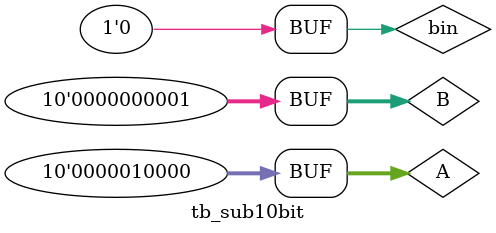
<source format=v>
module sub10bit (
    output wire[9:0] dif, 
    output wire bout,
    input wire [9:0] A, B,
    input wire bin);
    
    wire w1, w2, w3, w4, w5, w6, w7, w8, w9;
    
    fullsub S1(dif[0], w1, A[0], B[0], bin);
    fullsub S2(dif[1], w2, A[1], B[1], w1);
    fullsub S3(dif[2], w3, A[2], B[2], w2);
    fullsub S4(dif[3], w4, A[3], B[3], w3);
    fullsub S5(dif[4], w5, A[4], B[4], w4);
    fullsub S6(dif[5], w6, A[5], B[5], w5);
    fullsub S7(dif[6], w7, A[6], B[6], w6);
    fullsub S8(dif[7], w8, A[7], B[7], w7);
    fullsub S9(dif[8], w9, A[8], B[8], w8);
    fullsub S10(dif[9], bout, A[9], B[9], w9);
    
endmodule

module tb_sub10bit();
    wire [9:0] dif;
    wire bout;
    reg [9:0] A, B;
    reg bin;
    
    sub10bit SUT(.dif(dif), .bout(bout), .A(A),.B(B),.bin(bin));
    
    parameter PERIOD = 10;
    
    initial begin
        bin=1'B0; A=10'b100; B=10'b100; #PERIOD;
        bin=1'B0; A=10'b10; B=10'b100; #PERIOD;
        bin=1'b0; A=10'b10000;  B=10'b01; #PERIOD;
    end
endmodule
</source>
